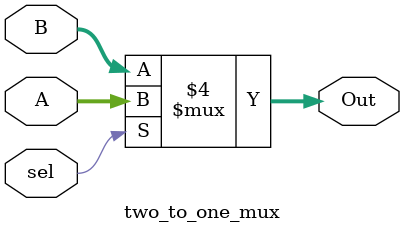
<source format=sv>
module two_to_one_mux (
	input logic [3:0] A,
	input logic [3:0] B,
	input logic sel,
	output logic [3:0] Out);
	
	always_comb
	
	begin
		if(sel == 0)		// if select is 0 choose B otherwise choose A
			 Out[3:0] = B[3:0];
			
			
		else
			 Out[3:0] = A[3:0];
			
	end

endmodule 
</source>
